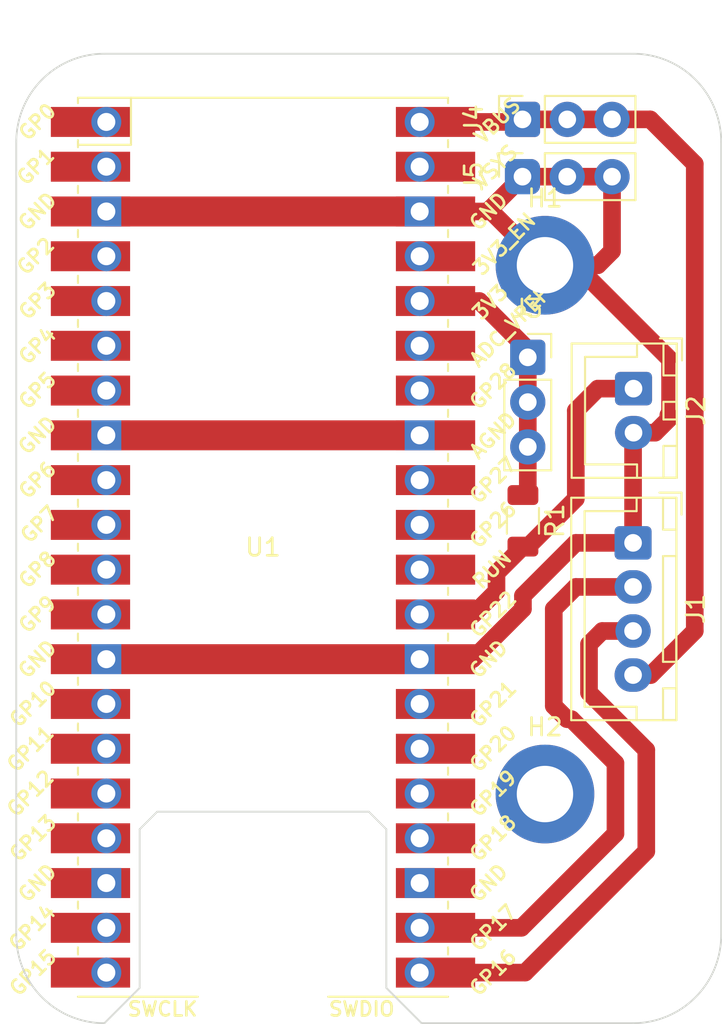
<source format=kicad_pcb>
(kicad_pcb (version 20211014) (generator pcbnew)
  (layers (0 "F.Cu" signal) (31 "B.Cu" signal) (34 "B.Paste" user) (35 "F.Paste" user) (36 "B.SilkS" user "B.Silkscreen") (37 "F.SilkS" user "F.Silkscreen") (38 "B.Mask" user) (39 "F.Mask" user) (44 "Edge.Cuts" user))
  (net 0 "")
  (net 1 "+5V")
  (net 2 "RX")
  (net 3 "TX")
  (net 4 "GND")
  (net 5 "+3V3")
  (net 24 "Zähler")
  (footprint "MountingHole:MountingHole_3.2mm_M3_DIN965_Pad" (layer "F.Cu") (at 130 142)
    (fp_text reference "H2" (at 0 -3.8) (layer "F.SilkS"))
    (fp_text value "MountingHole_Pad")
    (pad "1" thru_hole circle (at 0 0) (size 5.6 5.6) (drill 3.2) (layers *.Cu *.Mask) (net 4 "GND"))
  )
  (footprint "Resistor_SMD:R_1206_3216Metric" (layer "F.Cu") (at 128.75 126.5 -90)
    (fp_text reference "R1" (at 0 -1.82 90) (layer "F.SilkS"))
    (fp_text value "R")
    (fp_line (start -0.727064 -0.91) (end 0.727064 -0.91) (layer "F.SilkS") (width 0.12))
    (fp_line (start -0.727064 0.91) (end 0.727064 0.91) (layer "F.SilkS") (width 0.12))
    (pad "1" smd roundrect (at -1.4625 0 270) (size 1.125 1.75) (layers "F.Cu" "F.Paste" "F.Mask") (roundrect_rratio 0.222222) (net 5 "+3V3"))
    (pad "2" smd roundrect (at 1.4625 0 270) (size 1.125 1.75) (layers "F.Cu" "F.Paste" "F.Mask") (roundrect_rratio 0.222222) (net 24 "Zähler"))
  )
  (footprint "MCU_RaspberryPi_and_Boards:RPi_Pico_SMD_TH" (layer "F.Cu") (at 114 128)
    (fp_text reference "U1" (at 0 0) (layer "F.SilkS"))
    (fp_text value "Pico")
    (fp_text user "GP13" (at -13.054 16.51 45) (layer "F.SilkS") (effects (font (size 0.8 0.8))))
    (fp_text user "GP16" (at 13.054 24.13 45) (layer "F.SilkS") (effects (font (size 0.8 0.8))))
    (fp_text user "GP12" (at -13.2 13.97 45) (layer "F.SilkS") (effects (font (size 0.8 0.8))))
    (fp_text user "GP28" (at 13.054 -9.144 45) (layer "F.SilkS") (effects (font (size 0.8 0.8))))
    (fp_text user "GP6" (at -12.8 -3.81 45) (layer "F.SilkS") (effects (font (size 0.8 0.8))))
    (fp_text user "GP21" (at 13.054 8.9 45) (layer "F.SilkS") (effects (font (size 0.8 0.8))))
    (fp_text user "GND" (at -12.8 19.05 45) (layer "F.SilkS") (effects (font (size 0.8 0.8))))
    (fp_text user "GP20" (at 13.054 11.43 45) (layer "F.SilkS") (effects (font (size 0.8 0.8))))
    (fp_text user "GP19" (at 13.054 13.97 45) (layer "F.SilkS") (effects (font (size 0.8 0.8))))
    (fp_text user "GP8" (at -12.8 1.27 45) (layer "F.SilkS") (effects (font (size 0.8 0.8))))
    (fp_text user "VSYS" (at 13.2 -21.59 45) (layer "F.SilkS") (effects (font (size 0.8 0.8))))
    (fp_text user "GP22" (at 13.054 3.81 45) (layer "F.SilkS") (effects (font (size 0.8 0.8))))
    (fp_text user "VBUS" (at 13.3 -24.2 45) (layer "F.SilkS") (effects (font (size 0.8 0.8))))
    (fp_text user "GP11" (at -13.2 11.43 45) (layer "F.SilkS") (effects (font (size 0.8 0.8))))
    (fp_text user "GP0" (at -12.8 -24.13 45) (layer "F.SilkS") (effects (font (size 0.8 0.8))))
    (fp_text user "GP27" (at 13.054 -3.8 45) (layer "F.SilkS") (effects (font (size 0.8 0.8))))
    (fp_text user "GND" (at 12.8 -19.05 45) (layer "F.SilkS") (effects (font (size 0.8 0.8))))
    (fp_text user "GP9" (at -12.8 3.81 45) (layer "F.SilkS") (effects (font (size 0.8 0.8))))
    (fp_text user "GP3" (at -12.8 -13.97 45) (layer "F.SilkS") (effects (font (size 0.8 0.8))))
    (fp_text user "SWCLK" (at -5.7 26.2) (layer "F.SilkS") (effects (font (size 0.8 0.8))))
    (fp_text user "GP17" (at 13.054 21.59 45) (layer "F.SilkS") (effects (font (size 0.8 0.8))))
    (fp_text user "GND" (at 12.8 6.35 45) (layer "F.SilkS") (effects (font (size 0.8 0.8))))
    (fp_text user "GND" (at -12.8 -19.05 45) (layer "F.SilkS") (effects (font (size 0.8 0.8))))
    (fp_text user "GP10" (at -13.054 8.89 45) (layer "F.SilkS") (effects (font (size 0.8 0.8))))
    (fp_text user "GP18" (at 13.054 16.51 45) (layer "F.SilkS") (effects (font (size 0.8 0.8))))
    (fp_text user "AGND" (at 13.054 -6.35 45) (layer "F.SilkS") (effects (font (size 0.8 0.8))))
    (fp_text user "SWDIO" (at 5.6 26.2) (layer "F.SilkS") (effects (font (size 0.8 0.8))))
    (fp_text user "GP2" (at -12.9 -16.51 45) (layer "F.SilkS") (effects (font (size 0.8 0.8))))
    (fp_text user "GP5" (at -12.8 -8.89 45) (layer "F.SilkS") (effects (font (size 0.8 0.8))))
    (fp_text user "3V3" (at 12.9 -13.9 45) (layer "F.SilkS") (effects (font (size 0.8 0.8))))
    (fp_text user "RUN" (at 13 1.27 45) (layer "F.SilkS") (effects (font (size 0.8 0.8))))
    (fp_text user "GP1" (at -12.9 -21.6 45) (layer "F.SilkS") (effects (font (size 0.8 0.8))))
    (fp_text user "GP26" (at 13.054 -1.27 45) (layer "F.SilkS") (effects (font (size 0.8 0.8))))
    (fp_text user "GP7" (at -12.7 -1.3 45) (layer "F.SilkS") (effects (font (size 0.8 0.8))))
    (fp_text user "GND" (at 12.8 19.05 45) (layer "F.SilkS") (effects (font (size 0.8 0.8))))
    (fp_text user "GP15" (at -13.054 24.13 45) (layer "F.SilkS") (effects (font (size 0.8 0.8))))
    (fp_text user "GP4" (at -12.8 -11.43 45) (layer "F.SilkS") (effects (font (size 0.8 0.8))))
    (fp_text user "3V3_EN" (at 13.7 -17.2 45) (layer "F.SilkS") (effects (font (size 0.8 0.8))))
    (fp_text user "GND" (at -12.8 6.35 45) (layer "F.SilkS") (effects (font (size 0.8 0.8))))
    (fp_text user "GP14" (at -13.1 21.59 45) (layer "F.SilkS") (effects (font (size 0.8 0.8))))
    (fp_text user "GND" (at -12.8 -6.35 45) (layer "F.SilkS") (effects (font (size 0.8 0.8))))
    (fp_text user "ADC_VREF" (at 14 -12.5 45) (layer "F.SilkS") (effects (font (size 0.8 0.8))))
    (fp_line (start -10.5 2.3) (end -10.5 2.7) (layer "F.SilkS") (width 0.12))
    (fp_line (start -10.5 -7.8) (end -10.5 -7.4) (layer "F.SilkS") (width 0.12))
    (fp_line (start -10.5 -0.2) (end -10.5 0.2) (layer "F.SilkS") (width 0.12))
    (fp_line (start 10.5 20.1) (end 10.5 20.5) (layer "F.SilkS") (width 0.12))
    (fp_line (start 10.5 -0.2) (end 10.5 0.2) (layer "F.SilkS") (width 0.12))
    (fp_line (start 10.5 -18) (end 10.5 -17.6) (layer "F.SilkS") (width 0.12))
    (fp_line (start -10.5 -25.5) (end -10.5 -25.2) (layer "F.SilkS") (width 0.12))
    (fp_line (start 10.5 -20.5) (end 10.5 -20.1) (layer "F.SilkS") (width 0.12))
    (fp_line (start 10.5 25.5) (end 3.7 25.5) (layer "F.SilkS") (width 0.12))
    (fp_line (start -10.5 20.1) (end -10.5 20.5) (layer "F.SilkS") (width 0.12))
    (fp_line (start 10.5 -10.4) (end 10.5 -10) (layer "F.SilkS") (width 0.12))
    (fp_line (start 10.5 -25.5) (end 10.5 -25.2) (layer "F.SilkS") (width 0.12))
    (fp_line (start 10.5 22.7) (end 10.5 23.1) (layer "F.SilkS") (width 0.12))
    (fp_line (start -10.5 -25.5) (end 10.5 -25.5) (layer "F.SilkS") (width 0.12))
    (fp_line (start -10.5 -22.833) (end -7.493 -22.833) (layer "F.SilkS") (width 0.12))
    (fp_line (start 10.5 4.9) (end 10.5 5.3) (layer "F.SilkS") (width 0.12))
    (fp_line (start -10.5 15.1) (end -10.5 15.5) (layer "F.SilkS") (width 0.12))
    (fp_line (start -10.5 -12.9) (end -10.5 -12.5) (layer "F.SilkS") (width 0.12))
    (fp_line (start 10.5 -12.9) (end 10.5 -12.5) (layer "F.SilkS") (width 0.12))
    (fp_line (start -10.5 -15.4) (end -10.5 -15) (layer "F.SilkS") (width 0.12))
    (fp_line (start -10.5 -2.7) (end -10.5 -2.3) (layer "F.SilkS") (width 0.12))
    (fp_line (start 10.5 -23.1) (end 10.5 -22.7) (layer "F.SilkS") (width 0.12))
    (fp_line (start -3.7 25.5) (end -10.5 25.5) (layer "F.SilkS") (width 0.12))
    (fp_line (start -10.5 -20.5) (end -10.5 -20.1) (layer "F.SilkS") (width 0.12))
    (fp_line (start -10.5 -18) (end -10.5 -17.6) (layer "F.SilkS") (width 0.12))
    (fp_line (start -10.5 10) (end -10.5 10.4) (layer "F.SilkS") (width 0.12))
    (fp_line (start 10.5 -7.8) (end 10.5 -7.4) (layer "F.SilkS") (width 0.12))
    (fp_line (start -10.5 7.4) (end -10.5 7.8) (layer "F.SilkS") (width 0.12))
    (fp_line (start 10.5 -15.4) (end 10.5 -15) (layer "F.SilkS") (width 0.12))
    (fp_line (start 10.5 17.6) (end 10.5 18) (layer "F.SilkS") (width 0.12))
    (fp_line (start -10.5 22.7) (end -10.5 23.1) (layer "F.SilkS") (width 0.12))
    (fp_line (start 10.5 12.5) (end 10.5 12.9) (layer "F.SilkS") (width 0.12))
    (fp_line (start -10.5 12.5) (end -10.5 12.9) (layer "F.SilkS") (width 0.12))
    (fp_line (start 10.5 -2.7) (end 10.5 -2.3) (layer "F.SilkS") (width 0.12))
    (fp_line (start 10.5 15.1) (end 10.5 15.5) (layer "F.SilkS") (width 0.12))
    (fp_line (start 10.5 2.3) (end 10.5 2.7) (layer "F.SilkS") (width 0.12))
    (fp_line (start -10.5 -10.4) (end -10.5 -10) (layer "F.SilkS") (width 0.12))
    (fp_line (start 10.5 -5.3) (end 10.5 -4.9) (layer "F.SilkS") (width 0.12))
    (fp_line (start -10.5 17.6) (end -10.5 18) (layer "F.SilkS") (width 0.12))
    (fp_line (start -10.5 4.9) (end -10.5 5.3) (layer "F.SilkS") (width 0.12))
    (fp_line (start -10.5 -23.1) (end -10.5 -22.7) (layer "F.SilkS") (width 0.12))
    (fp_line (start 10.5 10) (end 10.5 10.4) (layer "F.SilkS") (width 0.12))
    (fp_line (start 10.5 7.4) (end 10.5 7.8) (layer "F.SilkS") (width 0.12))
    (fp_line (start -10.5 -5.3) (end -10.5 -4.9) (layer "F.SilkS") (width 0.12))
    (fp_line (start -7.493 -22.833) (end -7.493 -25.5) (layer "F.SilkS") (width 0.12))
    (pad "" np_thru_hole oval (at -2.425 -20.97) (size 1.5 1.5) (drill 1.5) (layers *.Cu *.Mask))
    (pad "" np_thru_hole oval (at 2.425 -20.97) (size 1.5 1.5) (drill 1.5) (layers *.Cu *.Mask))
    (pad "" np_thru_hole oval (at -2.725 -24) (size 1.8 1.8) (drill 1.8) (layers *.Cu *.Mask))
    (pad "" np_thru_hole oval (at 2.725 -24) (size 1.8 1.8) (drill 1.8) (layers *.Cu *.Mask))
    (pad "1" smd rect (at -8.89 -24.13) (size 4.5 1.7) (drill (offset -0.9 0)) (layers "F.Cu" "F.Mask"))
    (pad "1" thru_hole oval (at -8.89 -24.13) (size 1.7 1.7) (drill 1.02) (layers *.Cu *.Mask))
    (pad "2" smd rect (at -8.89 -21.59) (size 4.5 1.7) (drill (offset -0.9 0)) (layers "F.Cu" "F.Mask"))
    (pad "2" thru_hole oval (at -8.89 -21.59) (size 1.7 1.7) (drill 1.02) (layers *.Cu *.Mask))
    (pad "3" thru_hole rect (at -8.89 -19.05) (size 1.7 1.7) (drill 1.02) (layers *.Cu *.Mask) (net 4 "GND"))
    (pad "3" smd rect (at -8.89 -19.05) (size 4.5 1.7) (drill (offset -0.9 0)) (layers "F.Cu" "F.Mask") (net 4 "GND"))
    (pad "4" smd rect (at -8.89 -16.51) (size 4.5 1.7) (drill (offset -0.9 0)) (layers "F.Cu" "F.Mask"))
    (pad "4" thru_hole oval (at -8.89 -16.51) (size 1.7 1.7) (drill 1.02) (layers *.Cu *.Mask))
    (pad "5" smd rect (at -8.89 -13.97) (size 4.5 1.7) (drill (offset -0.9 0)) (layers "F.Cu" "F.Mask"))
    (pad "5" thru_hole oval (at -8.89 -13.97) (size 1.7 1.7) (drill 1.02) (layers *.Cu *.Mask))
    (pad "6" smd rect (at -8.89 -11.43) (size 4.5 1.7) (drill (offset -0.9 0)) (layers "F.Cu" "F.Mask"))
    (pad "6" thru_hole oval (at -8.89 -11.43) (size 1.7 1.7) (drill 1.02) (layers *.Cu *.Mask))
    (pad "7" thru_hole oval (at -8.89 -8.89) (size 1.7 1.7) (drill 1.02) (layers *.Cu *.Mask))
    (pad "7" smd rect (at -8.89 -8.89) (size 4.5 1.7) (drill (offset -0.9 0)) (layers "F.Cu" "F.Mask"))
    (pad "8" thru_hole rect (at -8.89 -6.35) (size 1.7 1.7) (drill 1.02) (layers *.Cu *.Mask) (net 4 "GND"))
    (pad "8" smd rect (at -8.89 -6.35) (size 4.5 1.7) (drill (offset -0.9 0)) (layers "F.Cu" "F.Mask") (net 4 "GND"))
    (pad "9" smd rect (at -8.89 -3.81) (size 4.5 1.7) (drill (offset -0.9 0)) (layers "F.Cu" "F.Mask"))
    (pad "9" thru_hole oval (at -8.89 -3.81) (size 1.7 1.7) (drill 1.02) (layers *.Cu *.Mask))
    (pad "10" smd rect (at -8.89 -1.27) (size 4.5 1.7) (drill (offset -0.9 0)) (layers "F.Cu" "F.Mask"))
    (pad "10" thru_hole oval (at -8.89 -1.27) (size 1.7 1.7) (drill 1.02) (layers *.Cu *.Mask))
    (pad "11" smd rect (at -8.89 1.27) (size 4.5 1.7) (drill (offset -0.9 0)) (layers "F.Cu" "F.Mask"))
    (pad "11" thru_hole oval (at -8.89 1.27) (size 1.7 1.7) (drill 1.02) (layers *.Cu *.Mask))
    (pad "12" thru_hole oval (at -8.89 3.81) (size 1.7 1.7) (drill 1.02) (layers *.Cu *.Mask))
    (pad "12" smd rect (at -8.89 3.81) (size 4.5 1.7) (drill (offset -0.9 0)) (layers "F.Cu" "F.Mask"))
    (pad "13" smd rect (at -8.89 6.35) (size 4.5 1.7) (drill (offset -0.9 0)) (layers "F.Cu" "F.Mask") (net 4 "GND"))
    (pad "13" thru_hole rect (at -8.89 6.35) (size 1.7 1.7) (drill 1.02) (layers *.Cu *.Mask) (net 4 "GND"))
    (pad "14" smd rect (at -8.89 8.89) (size 4.5 1.7) (drill (offset -0.9 0)) (layers "F.Cu" "F.Mask"))
    (pad "14" thru_hole oval (at -8.89 8.89) (size 1.7 1.7) (drill 1.02) (layers *.Cu *.Mask))
    (pad "15" smd rect (at -8.89 11.43) (size 4.5 1.7) (drill (offset -0.9 0)) (layers "F.Cu" "F.Mask"))
    (pad "15" thru_hole oval (at -8.89 11.43) (size 1.7 1.7) (drill 1.02) (layers *.Cu *.Mask))
    (pad "16" smd rect (at -8.89 13.97) (size 4.5 1.7) (drill (offset -0.9 0)) (layers "F.Cu" "F.Mask"))
    (pad "16" thru_hole oval (at -8.89 13.97) (size 1.7 1.7) (drill 1.02) (layers *.Cu *.Mask))
    (pad "17" thru_hole oval (at -8.89 16.51) (size 1.7 1.7) (drill 1.02) (layers *.Cu *.Mask))
    (pad "17" smd rect (at -8.89 16.51) (size 4.5 1.7) (drill (offset -0.9 0)) (layers "F.Cu" "F.Mask"))
    (pad "18" thru_hole rect (at -8.89 19.05) (size 1.7 1.7) (drill 1.02) (layers *.Cu *.Mask) (net 4 "GND"))
    (pad "18" smd rect (at -8.89 19.05) (size 4.5 1.7) (drill (offset -0.9 0)) (layers "F.Cu" "F.Mask") (net 4 "GND"))
    (pad "19" smd rect (at -8.89 21.59) (size 4.5 1.7) (drill (offset -0.9 0)) (layers "F.Cu" "F.Mask"))
    (pad "19" thru_hole oval (at -8.89 21.59) (size 1.7 1.7) (drill 1.02) (layers *.Cu *.Mask))
    (pad "20" smd rect (at -8.89 24.13) (size 4.5 1.7) (drill (offset -0.9 0)) (layers "F.Cu" "F.Mask"))
    (pad "20" thru_hole oval (at -8.89 24.13) (size 1.7 1.7) (drill 1.02) (layers *.Cu *.Mask))
    (pad "21" smd rect (at 8.89 24.13) (size 4.5 1.7) (drill (offset 0.9 0)) (layers "F.Cu" "F.Mask") (net 3 "TX"))
    (pad "21" thru_hole oval (at 8.89 24.13) (size 1.7 1.7) (drill 1.02) (layers *.Cu *.Mask) (net 3 "TX"))
    (pad "22" smd rect (at 8.89 21.59) (size 4.5 1.7) (drill (offset 0.9 0)) (layers "F.Cu" "F.Mask") (net 2 "RX"))
    (pad "22" thru_hole oval (at 8.89 21.59) (size 1.7 1.7) (drill 1.02) (layers *.Cu *.Mask) (net 2 "RX"))
    (pad "23" thru_hole rect (at 8.89 19.05) (size 1.7 1.7) (drill 1.02) (layers *.Cu *.Mask) (net 4 "GND"))
    (pad "23" smd rect (at 8.89 19.05) (size 4.5 1.7) (drill (offset 0.9 0)) (layers "F.Cu" "F.Mask") (net 4 "GND"))
    (pad "24" thru_hole oval (at 8.89 16.51) (size 1.7 1.7) (drill 1.02) (layers *.Cu *.Mask))
    (pad "24" smd rect (at 8.89 16.51) (size 4.5 1.7) (drill (offset 0.9 0)) (layers "F.Cu" "F.Mask"))
    (pad "25" smd rect (at 8.89 13.97) (size 4.5 1.7) (drill (offset 0.9 0)) (layers "F.Cu" "F.Mask"))
    (pad "25" thru_hole oval (at 8.89 13.97) (size 1.7 1.7) (drill 1.02) (layers *.Cu *.Mask))
    (pad "26" smd rect (at 8.89 11.43) (size 4.5 1.7) (drill (offset 0.9 0)) (layers "F.Cu" "F.Mask"))
    (pad "26" thru_hole oval (at 8.89 11.43) (size 1.7 1.7) (drill 1.02) (layers *.Cu *.Mask))
    (pad "27" smd rect (at 8.89 8.89) (size 4.5 1.7) (drill (offset 0.9 0)) (layers "F.Cu" "F.Mask"))
    (pad "27" thru_hole oval (at 8.89 8.89) (size 1.7 1.7) (drill 1.02) (layers *.Cu *.Mask))
    (pad "28" thru_hole rect (at 8.89 6.35) (size 1.7 1.7) (drill 1.02) (layers *.Cu *.Mask) (net 4 "GND"))
    (pad "28" smd rect (at 8.89 6.35) (size 4.5 1.7) (drill (offset 0.9 0)) (layers "F.Cu" "F.Mask") (net 4 "GND"))
    (pad "29" thru_hole oval (at 8.89 3.81) (size 1.7 1.7) (drill 1.02) (layers *.Cu *.Mask) (net 24 "Zähler"))
    (pad "29" smd rect (at 8.89 3.81) (size 4.5 1.7) (drill (offset 0.9 0)) (layers "F.Cu" "F.Mask") (net 24 "Zähler"))
    (pad "30" thru_hole oval (at 8.89 1.27) (size 1.7 1.7) (drill 1.02) (layers *.Cu *.Mask))
    (pad "30" smd rect (at 8.89 1.27) (size 4.5 1.7) (drill (offset 0.9 0)) (layers "F.Cu" "F.Mask"))
    (pad "31" smd rect (at 8.89 -1.27) (size 4.5 1.7) (drill (offset 0.9 0)) (layers "F.Cu" "F.Mask"))
    (pad "31" thru_hole oval (at 8.89 -1.27) (size 1.7 1.7) (drill 1.02) (layers *.Cu *.Mask))
    (pad "32" thru_hole oval (at 8.89 -3.81) (size 1.7 1.7) (drill 1.02) (layers *.Cu *.Mask))
    (pad "32" smd rect (at 8.89 -3.81) (size 4.5 1.7) (drill (offset 0.9 0)) (layers "F.Cu" "F.Mask"))
    (pad "33" thru_hole rect (at 8.89 -6.35) (size 1.7 1.7) (drill 1.02) (layers *.Cu *.Mask) (net 4 "GND"))
    (pad "33" smd rect (at 8.89 -6.35) (size 4.5 1.7) (drill (offset 0.9 0)) (layers "F.Cu" "F.Mask") (net 4 "GND"))
    (pad "34" smd rect (at 8.89 -8.89) (size 4.5 1.7) (drill (offset 0.9 0)) (layers "F.Cu" "F.Mask"))
    (pad "34" thru_hole oval (at 8.89 -8.89) (size 1.7 1.7) (drill 1.02) (layers *.Cu *.Mask))
    (pad "35" thru_hole oval (at 8.89 -11.43) (size 1.7 1.7) (drill 1.02) (layers *.Cu *.Mask))
    (pad "35" smd rect (at 8.89 -11.43) (size 4.5 1.7) (drill (offset 0.9 0)) (layers "F.Cu" "F.Mask"))
    (pad "36" smd rect (at 8.89 -13.97) (size 4.5 1.7) (drill (offset 0.9 0)) (layers "F.Cu" "F.Mask") (net 5 "+3V3"))
    (pad "36" thru_hole oval (at 8.89 -13.97) (size 1.7 1.7) (drill 1.02) (layers *.Cu *.Mask) (net 5 "+3V3"))
    (pad "37" smd rect (at 8.89 -16.51) (size 4.5 1.7) (drill (offset 0.9 0)) (layers "F.Cu" "F.Mask"))
    (pad "37" thru_hole oval (at 8.89 -16.51) (size 1.7 1.7) (drill 1.02) (layers *.Cu *.Mask))
    (pad "38" smd rect (at 8.89 -19.05) (size 4.5 1.7) (drill (offset 0.9 0)) (layers "F.Cu" "F.Mask") (net 4 "GND"))
    (pad "38" thru_hole rect (at 8.89 -19.05) (size 1.7 1.7) (drill 1.02) (layers *.Cu *.Mask) (net 4 "GND"))
    (pad "39" thru_hole oval (at 8.89 -21.59) (size 1.7 1.7) (drill 1.02) (layers *.Cu *.Mask))
    (pad "39" smd rect (at 8.89 -21.59) (size 4.5 1.7) (drill (offset 0.9 0)) (layers "F.Cu" "F.Mask"))
    (pad "40" smd rect (at 8.89 -24.13) (size 4.5 1.7) (drill (offset 0.9 0)) (layers "F.Cu" "F.Mask") (net 1 "+5V"))
    (pad "40" thru_hole oval (at 8.89 -24.13) (size 1.7 1.7) (drill 1.02) (layers *.Cu *.Mask) (net 1 "+5V"))
  )
  (footprint "Connector_PinSocket_2.54mm:PinSocket_1x03_P2.54mm_Vertical" (layer "F.Cu") (at 128.725 103.725 90)
    (fp_text reference "J4" (at 0 -2.77 90) (layer "F.SilkS"))
    (fp_text value "Conn_01x03")
    (fp_line (start 1.33 1.27) (end 1.33 6.41) (layer "F.SilkS") (width 0.12))
    (fp_line (start 0 -1.33) (end 1.33 -1.33) (layer "F.SilkS") (width 0.12))
    (fp_line (start -1.33 1.27) (end -1.33 6.41) (layer "F.SilkS") (width 0.12))
    (fp_line (start 1.33 -1.33) (end 1.33 0) (layer "F.SilkS") (width 0.12))
    (fp_line (start -1.33 6.41) (end 1.33 6.41) (layer "F.SilkS") (width 0.12))
    (fp_line (start -1.33 1.27) (end 1.33 1.27) (layer "F.SilkS") (width 0.12))
    (pad "1" thru_hole roundrect (at 0 0 90) (size 2 2) (drill 1) (layers *.Cu *.Mask) (roundrect_rratio 0.147059) (net 1 "+5V"))
    (pad "2" thru_hole oval (at 0 2.54 90) (size 2 2) (drill 1) (layers *.Cu *.Mask) (net 1 "+5V"))
    (pad "3" thru_hole oval (at 0 5.08 90) (size 2 2) (drill 1) (layers *.Cu *.Mask) (net 1 "+5V"))
  )
  (footprint "Connector_JST:JST_XH_B2B-XH-A_1x02_P2.50mm_Vertical" (layer "F.Cu") (at 135.025 119 -90)
    (fp_text reference "J2" (at 1.25 -3.55 90) (layer "F.SilkS"))
    (fp_text value "Conn_01x02")
    (fp_line (start -0.75 -1.7) (end -0.75 -2.45) (layer "F.SilkS") (width 0.12))
    (fp_line (start -1.8 2.75) (end 1.25 2.75) (layer "F.SilkS") (width 0.12))
    (fp_line (start 5.05 -0.2) (end 4.3 -0.2) (layer "F.SilkS") (width 0.12))
    (fp_line (start 5.06 3.51) (end 5.06 -2.46) (layer "F.SilkS") (width 0.12))
    (fp_line (start 1.75 -2.45) (end 0.75 -2.45) (layer "F.SilkS") (width 0.12))
    (fp_line (start -0.75 -2.45) (end -2.55 -2.45) (layer "F.SilkS") (width 0.12))
    (fp_line (start 4.3 2.75) (end 1.25 2.75) (layer "F.SilkS") (width 0.12))
    (fp_line (start -2.55 -0.2) (end -1.8 -0.2) (layer "F.SilkS") (width 0.12))
    (fp_line (start -2.56 -2.46) (end -2.56 3.51) (layer "F.SilkS") (width 0.12))
    (fp_line (start -2.55 -1.7) (end -0.75 -1.7) (layer "F.SilkS") (width 0.12))
    (fp_line (start 3.25 -1.7) (end 5.05 -1.7) (layer "F.SilkS") (width 0.12))
    (fp_line (start -1.8 -0.2) (end -1.8 2.75) (layer "F.SilkS") (width 0.12))
    (fp_line (start 3.25 -2.45) (end 3.25 -1.7) (layer "F.SilkS") (width 0.12))
    (fp_line (start 5.05 -2.45) (end 3.25 -2.45) (layer "F.SilkS") (width 0.12))
    (fp_line (start -1.6 -2.75) (end -2.85 -2.75) (layer "F.SilkS") (width 0.12))
    (fp_line (start 4.3 -0.2) (end 4.3 2.75) (layer "F.SilkS") (width 0.12))
    (fp_line (start 0.75 -2.45) (end 0.75 -1.7) (layer "F.SilkS") (width 0.12))
    (fp_line (start 0.75 -1.7) (end 1.75 -1.7) (layer "F.SilkS") (width 0.12))
    (fp_line (start 1.75 -1.7) (end 1.75 -2.45) (layer "F.SilkS") (width 0.12))
    (fp_line (start -2.56 3.51) (end 5.06 3.51) (layer "F.SilkS") (width 0.12))
    (fp_line (start -2.85 -2.75) (end -2.85 -1.5) (layer "F.SilkS") (width 0.12))
    (fp_line (start 5.06 -2.46) (end -2.56 -2.46) (layer "F.SilkS") (width 0.12))
    (fp_line (start -2.55 -2.45) (end -2.55 -1.7) (layer "F.SilkS") (width 0.12))
    (fp_line (start 5.05 -1.7) (end 5.05 -2.45) (layer "F.SilkS") (width 0.12))
    (pad "1" thru_hole roundrect (at 0 0 270) (size 1.9 2.1) (drill 1) (layers *.Cu *.Mask) (roundrect_rratio 0.147059) (net 24 "Zähler"))
    (pad "2" thru_hole oval (at 2.5 0 270) (size 1.9 2.1) (drill 1) (layers *.Cu *.Mask) (net 4 "GND"))
  )
  (footprint "Connector_PinSocket_2.54mm:PinSocket_1x03_P2.54mm_Vertical" (layer "F.Cu") (at 129.025 117.225)
    (fp_text reference "J3" (at 0 -2.77) (layer "F.SilkS"))
    (fp_text value "Conn_01x03")
    (fp_line (start -1.33 1.27) (end -1.33 6.41) (layer "F.SilkS") (width 0.12))
    (fp_line (start 0 -1.33) (end 1.33 -1.33) (layer "F.SilkS") (width 0.12))
    (fp_line (start -1.33 1.27) (end 1.33 1.27) (layer "F.SilkS") (width 0.12))
    (fp_line (start 1.33 -1.33) (end 1.33 0) (layer "F.SilkS") (width 0.12))
    (fp_line (start 1.33 1.27) (end 1.33 6.41) (layer "F.SilkS") (width 0.12))
    (fp_line (start -1.33 6.41) (end 1.33 6.41) (layer "F.SilkS") (width 0.12))
    (pad "1" thru_hole roundrect (at 0 0) (size 2 2) (drill 1) (layers *.Cu *.Mask) (roundrect_rratio 0.147059) (net 5 "+3V3"))
    (pad "2" thru_hole oval (at 0 2.54) (size 2 2) (drill 1) (layers *.Cu *.Mask) (net 5 "+3V3"))
    (pad "3" thru_hole oval (at 0 5.08) (size 2 2) (drill 1) (layers *.Cu *.Mask) (net 5 "+3V3"))
  )
  (footprint "Connector_JST:JST_XH_B4B-XH-A_1x04_P2.50mm_Vertical" (layer "F.Cu") (at 135 127.75 -90)
    (fp_text reference "J1" (at 3.75 -3.55 90) (layer "F.SilkS"))
    (fp_text value "Conn_01x04")
    (fp_line (start 9.3 2.75) (end 3.75 2.75) (layer "F.SilkS") (width 0.12))
    (fp_line (start 8.25 -1.7) (end 10.05 -1.7) (layer "F.SilkS") (width 0.12))
    (fp_line (start 9.3 -0.2) (end 9.3 2.75) (layer "F.SilkS") (width 0.12))
    (fp_line (start 10.05 -0.2) (end 9.3 -0.2) (layer "F.SilkS") (width 0.12))
    (fp_line (start -1.8 -0.2) (end -1.8 2.75) (layer "F.SilkS") (width 0.12))
    (fp_line (start -2.55 -1.7) (end -0.75 -1.7) (layer "F.SilkS") (width 0.12))
    (fp_line (start -0.75 -2.45) (end -2.55 -2.45) (layer "F.SilkS") (width 0.12))
    (fp_line (start 10.06 -2.46) (end -2.56 -2.46) (layer "F.SilkS") (width 0.12))
    (fp_line (start -2.56 3.51) (end 10.06 3.51) (layer "F.SilkS") (width 0.12))
    (fp_line (start -1.6 -2.75) (end -2.85 -2.75) (layer "F.SilkS") (width 0.12))
    (fp_line (start 0.75 -1.7) (end 6.75 -1.7) (layer "F.SilkS") (width 0.12))
    (fp_line (start -2.85 -2.75) (end -2.85 -1.5) (layer "F.SilkS") (width 0.12))
    (fp_line (start 6.75 -1.7) (end 6.75 -2.45) (layer "F.SilkS") (width 0.12))
    (fp_line (start -2.56 -2.46) (end -2.56 3.51) (layer "F.SilkS") (width 0.12))
    (fp_line (start -0.75 -1.7) (end -0.75 -2.45) (layer "F.SilkS") (width 0.12))
    (fp_line (start -2.55 -0.2) (end -1.8 -0.2) (layer "F.SilkS") (width 0.12))
    (fp_line (start -1.8 2.75) (end 3.75 2.75) (layer "F.SilkS") (width 0.12))
    (fp_line (start 10.05 -1.7) (end 10.05 -2.45) (layer "F.SilkS") (width 0.12))
    (fp_line (start -2.55 -2.45) (end -2.55 -1.7) (layer "F.SilkS") (width 0.12))
    (fp_line (start 0.75 -2.45) (end 0.75 -1.7) (layer "F.SilkS") (width 0.12))
    (fp_line (start 8.25 -2.45) (end 8.25 -1.7) (layer "F.SilkS") (width 0.12))
    (fp_line (start 10.05 -2.45) (end 8.25 -2.45) (layer "F.SilkS") (width 0.12))
    (fp_line (start 6.75 -2.45) (end 0.75 -2.45) (layer "F.SilkS") (width 0.12))
    (fp_line (start 10.06 3.51) (end 10.06 -2.46) (layer "F.SilkS") (width 0.12))
    (pad "1" thru_hole roundrect (at 0 0 270) (size 1.9 2.1) (drill 1) (layers *.Cu *.Mask) (roundrect_rratio 0.147059) (net 4 "GND"))
    (pad "2" thru_hole oval (at 2.5 0 270) (size 1.9 2.1) (drill 1) (layers *.Cu *.Mask) (net 2 "RX"))
    (pad "3" thru_hole oval (at 5 0 270) (size 1.9 2) (drill 1) (layers *.Cu *.Mask) (net 3 "TX"))
    (pad "4" thru_hole oval (at 7.5 0 270) (size 1.9 2.1) (drill 1) (layers *.Cu *.Mask) (net 1 "+5V"))
  )
  (footprint "Connector_PinSocket_2.54mm:PinSocket_1x03_P2.54mm_Vertical" (layer "F.Cu") (at 128.725 106.975 90)
    (fp_text reference "J5" (at 0 -2.77 90) (layer "F.SilkS"))
    (fp_text value "Conn_01x03")
    (fp_line (start 1.33 1.27) (end 1.33 6.41) (layer "F.SilkS") (width 0.12))
    (fp_line (start -1.33 6.41) (end 1.33 6.41) (layer "F.SilkS") (width 0.12))
    (fp_line (start 1.33 -1.33) (end 1.33 0) (layer "F.SilkS") (width 0.12))
    (fp_line (start 0 -1.33) (end 1.33 -1.33) (layer "F.SilkS") (width 0.12))
    (fp_line (start -1.33 1.27) (end 1.33 1.27) (layer "F.SilkS") (width 0.12))
    (fp_line (start -1.33 1.27) (end -1.33 6.41) (layer "F.SilkS") (width 0.12))
    (pad "1" thru_hole roundrect (at 0 0 90) (size 2 2) (drill 1) (layers *.Cu *.Mask) (net 4 "GND"))
    (pad "2" thru_hole oval (at 0 2.54 90) (size 2 2) (drill 1) (layers *.Cu *.Mask) (net 4 "GND"))
    (pad "3" thru_hole oval (at 0 5.08 90) (size 2 2) (drill 1) (layers *.Cu *.Mask) (net 4 "GND"))
  )
  (footprint "MountingHole:MountingHole_3.2mm_M3_DIN965_Pad" (layer "F.Cu") (at 130 112)
    (fp_text reference "H1" (at 0 -3.8) (layer "F.SilkS"))
    (fp_text value "MountingHole_Pad")
    (pad "1" thru_hole circle (at 0 0) (size 5.6 5.6) (drill 3.2) (layers *.Cu *.Mask) (net 4 "GND"))
  )
  (gr_line (start 107 153) (end 105 155) (layer "Edge.Cuts") (width 0.1))
  (gr_line (start 121 153) (end 123 155) (layer "Edge.Cuts") (width 0.1))
  (gr_line (start 123 155) (end 135 155) (layer "Edge.Cuts") (width 0.1))
  (gr_line (start 100 150) (end 100 105) (layer "Edge.Cuts") (width 0.1))
  (gr_arc (start 135 100) (mid 138.535534 101.464466) (end 140 105) (layer "Edge.Cuts") (width 0.1))
  (gr_line (start 140 105) (end 140 150) (layer "Edge.Cuts") (width 0.1))
  (gr_line (start 108 143) (end 120 143) (layer "Edge.Cuts") (width 0.1))
  (gr_line (start 105 100) (end 135 100) (layer "Edge.Cuts") (width 0.1))
  (gr_arc (start 140 150) (mid 138.535534 153.535534) (end 135 155) (layer "Edge.Cuts") (width 0.1))
  (gr_arc (start 105 155) (mid 101.464466 153.535534) (end 100 150) (layer "Edge.Cuts") (width 0.1))
  (gr_line (start 108 143) (end 107 144) (layer "Edge.Cuts") (width 0.1))
  (gr_line (start 107 144) (end 107 153) (layer "Edge.Cuts") (width 0.1))
  (gr_arc (start 100 105) (mid 101.464466 101.464466) (end 105 100) (layer "Edge.Cuts") (width 0.1))
  (gr_line (start 121 144) (end 121 153) (layer "Edge.Cuts") (width 0.1))
  (gr_line (start 120 143) (end 121 144) (layer "Edge.Cuts") (width 0.1))
  (segment (start 138.5 106.25) (end 138.5 132.75) (width 1) (layer "F.Cu") (net 1))
  (segment (start 122.89 103.87) (end 128.58 103.87) (width 1) (layer "F.Cu") (net 1))
  (segment (start 131.265 103.725) (end 133.805 103.725) (width 1) (layer "F.Cu") (net 1))
  (segment (start 128.725 103.725) (end 131.265 103.725) (width 1) (layer "F.Cu") (net 1))
  (segment (start 135.975 103.725) (end 138.5 106.25) (width 1) (layer "F.Cu") (net 1))
  (segment (start 133.805 103.725) (end 135.975 103.725) (width 1) (layer "F.Cu") (net 1))
  (segment (start 136 135.25) (end 135 135.25) (width 1) (layer "F.Cu") (net 1))
  (segment (start 138.5 132.75) (end 136 135.25) (width 1) (layer "F.Cu") (net 1))
  (segment (start 128.58 103.87) (end 128.725 103.725) (width 1) (layer "F.Cu") (net 1))
  (segment (start 122.89 149.59) (end 128.66 149.59) (width 1) (layer "F.Cu") (net 2))
  (segment (start 128.66 149.59) (end 134 144.25) (width 1) (layer "F.Cu") (net 2))
  (segment (start 130.5 131.5) (end 131.75 130.25) (width 1) (layer "F.Cu") (net 2))
  (segment (start 130.5 137) (end 130.5 131.5) (width 1) (layer "F.Cu") (net 2))
  (segment (start 131.25 137.75) (end 130.5 137) (width 1) (layer "F.Cu") (net 2))
  (segment (start 131.5 137.75) (end 131.25 137.75) (width 1) (layer "F.Cu") (net 2))
  (segment (start 131.75 130.25) (end 135 130.25) (width 1) (layer "F.Cu") (net 2))
  (segment (start 134 140.25) (end 131.5 137.75) (width 1) (layer "F.Cu") (net 2))
  (segment (start 134 144.25) (end 134 140.25) (width 1) (layer "F.Cu") (net 2))
  (segment (start 135.75 145.25) (end 135.75 139.5) (width 1) (layer "F.Cu") (net 3))
  (segment (start 132.5 136.25) (end 132.5 133.5) (width 1) (layer "F.Cu") (net 3))
  (segment (start 122.89 152.13) (end 128.87 152.13) (width 1) (layer "F.Cu") (net 3))
  (segment (start 128.87 152.13) (end 135.75 145.25) (width 1) (layer "F.Cu") (net 3))
  (segment (start 133.25 132.75) (end 135 132.75) (width 1) (layer "F.Cu") (net 3))
  (segment (start 132.5 133.5) (end 133.25 132.75) (width 1) (layer "F.Cu") (net 3))
  (segment (start 135.75 139.5) (end 132.5 136.25) (width 1) (layer "F.Cu") (net 3))
  (segment (start 126.95 108.95) (end 130 112) (width 1) (layer "F.Cu") (net 4))
  (segment (start 135 127.75) (end 135 121.525) (width 1) (layer "F.Cu") (net 4))
  (segment (start 122.89 134.35) (end 125.9 134.35) (width 1) (layer "F.Cu") (net 4))
  (segment (start 128.75 131.5) (end 128.75 130.75) (width 1) (layer "F.Cu") (net 4))
  (segment (start 136.25 121.5) (end 137 120.75) (width 1) (layer "F.Cu") (net 4))
  (segment (start 126.95 108.95) (end 126.95 108.75) (width 1) (layer "F.Cu") (net 4))
  (segment (start 133.805 106.975) (end 133.805 111.195) (width 1) (layer "F.Cu") (net 4))
  (segment (start 133 112) (end 130 112) (width 1) (layer "F.Cu") (net 4))
  (segment (start 135.025 121.5) (end 136.25 121.5) (width 1) (layer "F.Cu") (net 4))
  (segment (start 122.89 108.95) (end 105.11 108.95) (width 1.7) (layer "F.Cu") (net 4))
  (segment (start 128.75 130.75) (end 131.75 127.75) (width 1) (layer "F.Cu") (net 4))
  (segment (start 135 121.525) (end 135.025 121.5) (width 1) (layer "F.Cu") (net 4))
  (segment (start 137 120.75) (end 137 120.5) (width 1) (layer "F.Cu") (net 4))
  (segment (start 130 112) (end 131.75 112) (width 1) (layer "F.Cu") (net 4))
  (segment (start 131.75 127.75) (end 135 127.75) (width 1) (layer "F.Cu") (net 4))
  (segment (start 131.265 106.975) (end 133.805 106.975) (width 1) (layer "F.Cu") (net 4))
  (segment (start 137 120.5) (end 137 117.25) (width 0.8) (layer "F.Cu") (net 4))
  (segment (start 125.9 134.35) (end 128.75 131.5) (width 1) (layer "F.Cu") (net 4))
  (segment (start 131.75 112) (end 137 117.25) (width 1) (layer "F.Cu") (net 4))
  (segment (start 133.805 111.195) (end 133 112) (width 1) (layer "F.Cu") (net 4))
  (segment (start 105.11 121.65) (end 122.89 121.65) (width 1.7) (layer "F.Cu") (net 4))
  (segment (start 122.89 134.35) (end 105.11 134.35) (width 1.7) (layer "F.Cu") (net 4))
  (segment (start 122.89 108.95) (end 126.95 108.95) (width 1) (layer "F.Cu") (net 4))
  (segment (start 128.725 106.975) (end 131.265 106.975) (width 1) (layer "F.Cu") (net 4))
  (segment (start 126.95 108.75) (end 128.725 106.975) (width 1) (layer "F.Cu") (net 4))
  (segment (start 129.025 119.765) (end 129.025 122.305) (width 1) (layer "F.Cu") (net 5))
  (segment (start 129.025 116.775) (end 129.025 117.225) (width 1) (layer "F.Cu") (net 5))
  (segment (start 122.89 114.03) (end 126.28 114.03) (width 1) (layer "F.Cu") (net 5))
  (segment (start 129.025 122.305) (end 129.025 124.7625) (width 1) (layer "F.Cu") (net 5))
  (segment (start 129.025 117.225) (end 129.025 119.765) (width 1) (layer "F.Cu") (net 5))
  (segment (start 129.025 124.7625) (end 128.75 125.0375) (width 1) (layer "F.Cu") (net 5))
  (segment (start 126.28 114.03) (end 129.025 116.775) (width 1) (layer "F.Cu") (net 5))
  (segment (start 133 119) (end 135.025 119) (width 1) (layer "F.Cu") (net 24))
  (segment (start 127.25 129.4625) (end 128.75 127.9625) (width 1) (layer "F.Cu") (net 24))
  (segment (start 125.94 131.81) (end 127.25 130.5) (width 1) (layer "F.Cu") (net 24))
  (segment (start 131.75 120.25) (end 133 119) (width 1) (layer "F.Cu") (net 24))
  (segment (start 122.89 131.81) (end 125.94 131.81) (width 1) (layer "F.Cu") (net 24))
  (segment (start 128.75 127.9625) (end 129.0375 127.9625) (width 1) (layer "F.Cu") (net 24))
  (segment (start 131.75 125.25) (end 131.75 120.25) (width 1) (layer "F.Cu") (net 24))
  (segment (start 127.25 130.5) (end 127.25 129.4625) (width 1) (layer "F.Cu") (net 24))
  (segment (start 129.0375 127.9625) (end 131.75 125.25) (width 1) (layer "F.Cu") (net 24))
)
</source>
